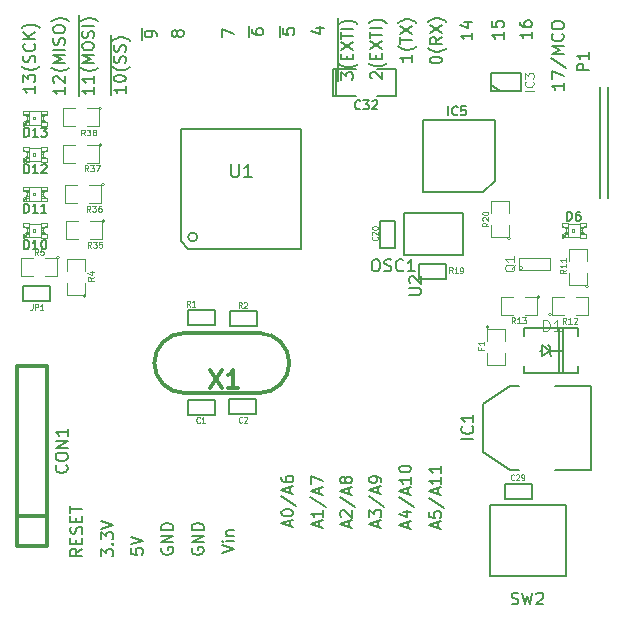
<source format=gto>
G04 (created by PCBNEW (2013-07-07 BZR 4022)-stable) date 23/05/2015 13:05:33*
%MOIN*%
G04 Gerber Fmt 3.4, Leading zero omitted, Abs format*
%FSLAX34Y34*%
G01*
G70*
G90*
G04 APERTURE LIST*
%ADD10C,0.00590551*%
%ADD11C,0.005*%
%ADD12C,0.0031*%
%ADD13C,0.008*%
%ADD14C,0.0039*%
%ADD15C,0.006*%
%ADD16C,0.012*%
%ADD17C,0.0026*%
%ADD18C,0.004*%
%ADD19C,0.002*%
%ADD20C,0.0125*%
%ADD21C,0.003*%
%ADD22C,0.0047*%
%ADD23C,0.0043*%
%ADD24C,0.0045*%
G04 APERTURE END LIST*
G54D10*
G54D11*
X61510Y-31175D02*
X61210Y-30975D01*
X62210Y-31175D02*
X61185Y-31175D01*
X61185Y-31175D02*
X61185Y-30575D01*
X61185Y-30575D02*
X62210Y-30575D01*
X62210Y-30575D02*
X62210Y-31175D01*
G54D12*
X62254Y-37073D02*
G75*
G03X62254Y-37073I-62J0D01*
G74*
G01*
X63155Y-36735D02*
X63155Y-37135D01*
X62130Y-36735D02*
X62130Y-37135D01*
X63155Y-37135D02*
X62130Y-37135D01*
X62130Y-36735D02*
X63155Y-36735D01*
G54D13*
X63315Y-43815D02*
X64515Y-43815D01*
X64515Y-43815D02*
X64515Y-41015D01*
X64515Y-41015D02*
X63315Y-41015D01*
X62115Y-43815D02*
X61815Y-43815D01*
X61815Y-43815D02*
X60915Y-43215D01*
X60915Y-43215D02*
X60915Y-41615D01*
X60915Y-41615D02*
X61815Y-41015D01*
X61815Y-41015D02*
X62115Y-41015D01*
G54D11*
X56045Y-30435D02*
X55945Y-30435D01*
X55945Y-30435D02*
X55945Y-31335D01*
X55945Y-31335D02*
X56045Y-31335D01*
X56045Y-30435D02*
X56045Y-31335D01*
X56045Y-31335D02*
X56695Y-31335D01*
X57395Y-30435D02*
X58045Y-30435D01*
X58045Y-30435D02*
X58045Y-31335D01*
X58045Y-31335D02*
X57395Y-31335D01*
X56695Y-30435D02*
X56045Y-30435D01*
G54D14*
X61120Y-39040D02*
G75*
G03X61120Y-39040I-50J0D01*
G74*
G01*
X61070Y-39490D02*
X61070Y-39090D01*
X61070Y-39090D02*
X61670Y-39090D01*
X61670Y-39090D02*
X61670Y-39490D01*
X61670Y-39890D02*
X61670Y-40290D01*
X61670Y-40290D02*
X61070Y-40290D01*
X61070Y-40290D02*
X61070Y-39890D01*
X61850Y-36090D02*
G75*
G03X61850Y-36090I-50J0D01*
G74*
G01*
X61800Y-35640D02*
X61800Y-36040D01*
X61800Y-36040D02*
X61200Y-36040D01*
X61200Y-36040D02*
X61200Y-35640D01*
X61200Y-35240D02*
X61200Y-34840D01*
X61200Y-34840D02*
X61800Y-34840D01*
X61800Y-34840D02*
X61800Y-35240D01*
X64455Y-37685D02*
G75*
G03X64455Y-37685I-50J0D01*
G74*
G01*
X64405Y-37235D02*
X64405Y-37635D01*
X64405Y-37635D02*
X63805Y-37635D01*
X63805Y-37635D02*
X63805Y-37235D01*
X63805Y-36835D02*
X63805Y-36435D01*
X63805Y-36435D02*
X64405Y-36435D01*
X64405Y-36435D02*
X64405Y-36835D01*
X48240Y-32970D02*
G75*
G03X48240Y-32970I-50J0D01*
G74*
G01*
X47740Y-32970D02*
X48140Y-32970D01*
X48140Y-32970D02*
X48140Y-33570D01*
X48140Y-33570D02*
X47740Y-33570D01*
X47340Y-33570D02*
X46940Y-33570D01*
X46940Y-33570D02*
X46940Y-32970D01*
X46940Y-32970D02*
X47340Y-32970D01*
X63215Y-38625D02*
G75*
G03X63215Y-38625I-50J0D01*
G74*
G01*
X63615Y-38625D02*
X63215Y-38625D01*
X63215Y-38625D02*
X63215Y-38025D01*
X63215Y-38025D02*
X63615Y-38025D01*
X64015Y-38025D02*
X64415Y-38025D01*
X64415Y-38025D02*
X64415Y-38625D01*
X64415Y-38625D02*
X64015Y-38625D01*
X62835Y-38040D02*
G75*
G03X62835Y-38040I-50J0D01*
G74*
G01*
X62335Y-38040D02*
X62735Y-38040D01*
X62735Y-38040D02*
X62735Y-38640D01*
X62735Y-38640D02*
X62335Y-38640D01*
X61935Y-38640D02*
X61535Y-38640D01*
X61535Y-38640D02*
X61535Y-38040D01*
X61535Y-38040D02*
X61935Y-38040D01*
X46820Y-36720D02*
G75*
G03X46820Y-36720I-50J0D01*
G74*
G01*
X46320Y-36720D02*
X46720Y-36720D01*
X46720Y-36720D02*
X46720Y-37320D01*
X46720Y-37320D02*
X46320Y-37320D01*
X45920Y-37320D02*
X45520Y-37320D01*
X45520Y-37320D02*
X45520Y-36720D01*
X45520Y-36720D02*
X45920Y-36720D01*
X47700Y-38010D02*
G75*
G03X47700Y-38010I-50J0D01*
G74*
G01*
X47650Y-37560D02*
X47650Y-37960D01*
X47650Y-37960D02*
X47050Y-37960D01*
X47050Y-37960D02*
X47050Y-37560D01*
X47050Y-37160D02*
X47050Y-36760D01*
X47050Y-36760D02*
X47650Y-36760D01*
X47650Y-36760D02*
X47650Y-37160D01*
X48340Y-35495D02*
G75*
G03X48340Y-35495I-50J0D01*
G74*
G01*
X47840Y-35495D02*
X48240Y-35495D01*
X48240Y-35495D02*
X48240Y-36095D01*
X48240Y-36095D02*
X47840Y-36095D01*
X47440Y-36095D02*
X47040Y-36095D01*
X47040Y-36095D02*
X47040Y-35495D01*
X47040Y-35495D02*
X47440Y-35495D01*
X48225Y-31750D02*
G75*
G03X48225Y-31750I-50J0D01*
G74*
G01*
X47725Y-31750D02*
X48125Y-31750D01*
X48125Y-31750D02*
X48125Y-32350D01*
X48125Y-32350D02*
X47725Y-32350D01*
X47325Y-32350D02*
X46925Y-32350D01*
X46925Y-32350D02*
X46925Y-31750D01*
X46925Y-31750D02*
X47325Y-31750D01*
X48310Y-34285D02*
G75*
G03X48310Y-34285I-50J0D01*
G74*
G01*
X47810Y-34285D02*
X48210Y-34285D01*
X48210Y-34285D02*
X48210Y-34885D01*
X48210Y-34885D02*
X47810Y-34885D01*
X47410Y-34885D02*
X47010Y-34885D01*
X47010Y-34885D02*
X47010Y-34285D01*
X47010Y-34285D02*
X47410Y-34285D01*
G54D11*
X58800Y-36920D02*
X59700Y-36920D01*
X59700Y-36920D02*
X59700Y-37420D01*
X59700Y-37420D02*
X58800Y-37420D01*
X58800Y-37420D02*
X58800Y-36920D01*
X61660Y-44275D02*
X62560Y-44275D01*
X62560Y-44275D02*
X62560Y-44775D01*
X62560Y-44775D02*
X61660Y-44775D01*
X61660Y-44775D02*
X61660Y-44275D01*
X58010Y-35490D02*
X58010Y-36390D01*
X58010Y-36390D02*
X57510Y-36390D01*
X57510Y-36390D02*
X57510Y-35490D01*
X57510Y-35490D02*
X58010Y-35490D01*
X45595Y-37675D02*
X46495Y-37675D01*
X46495Y-37675D02*
X46495Y-38175D01*
X46495Y-38175D02*
X45595Y-38175D01*
X45595Y-38175D02*
X45595Y-37675D01*
X53380Y-38985D02*
X52480Y-38985D01*
X52480Y-38985D02*
X52480Y-38485D01*
X52480Y-38485D02*
X53380Y-38485D01*
X53380Y-38485D02*
X53380Y-38985D01*
X51080Y-38455D02*
X51980Y-38455D01*
X51980Y-38455D02*
X51980Y-38955D01*
X51980Y-38955D02*
X51080Y-38955D01*
X51080Y-38955D02*
X51080Y-38455D01*
X52475Y-41435D02*
X53375Y-41435D01*
X53375Y-41435D02*
X53375Y-41935D01*
X53375Y-41935D02*
X52475Y-41935D01*
X52475Y-41935D02*
X52475Y-41435D01*
X51980Y-41965D02*
X51080Y-41965D01*
X51080Y-41965D02*
X51080Y-41465D01*
X51080Y-41465D02*
X51980Y-41465D01*
X51980Y-41465D02*
X51980Y-41965D01*
G54D15*
X60945Y-34540D02*
X59295Y-34540D01*
X59295Y-34540D02*
X58920Y-34540D01*
X58920Y-34540D02*
X58920Y-32140D01*
X58920Y-32140D02*
X61320Y-32140D01*
X61320Y-32140D02*
X61320Y-34165D01*
X61320Y-34165D02*
X60945Y-34540D01*
G54D16*
X46385Y-46320D02*
X45385Y-46320D01*
X45385Y-46320D02*
X45385Y-40320D01*
X45385Y-40320D02*
X46385Y-40320D01*
X46385Y-40320D02*
X46385Y-46320D01*
X46385Y-45320D02*
X45385Y-45320D01*
G54D10*
X65106Y-34730D02*
X65106Y-31029D01*
X64830Y-34730D02*
X64830Y-31029D01*
G54D13*
X51402Y-36033D02*
G75*
G03X51402Y-36033I-150J0D01*
G74*
G01*
X54852Y-32433D02*
X50852Y-32433D01*
X50852Y-32433D02*
X50852Y-36183D01*
X50852Y-36183D02*
X51102Y-36433D01*
X51102Y-36433D02*
X54852Y-36433D01*
X54852Y-36433D02*
X54852Y-32433D01*
G54D17*
X45809Y-31957D02*
X45809Y-31829D01*
X45809Y-31829D02*
X45612Y-31829D01*
X45612Y-31957D02*
X45612Y-31829D01*
X45809Y-31957D02*
X45612Y-31957D01*
X45809Y-32202D02*
X45809Y-32143D01*
X45809Y-32143D02*
X45710Y-32143D01*
X45710Y-32202D02*
X45710Y-32143D01*
X45809Y-32202D02*
X45710Y-32202D01*
X45809Y-32007D02*
X45809Y-31948D01*
X45809Y-31948D02*
X45710Y-31948D01*
X45710Y-32007D02*
X45710Y-31948D01*
X45809Y-32007D02*
X45710Y-32007D01*
X45809Y-32153D02*
X45809Y-31997D01*
X45809Y-31997D02*
X45740Y-31997D01*
X45740Y-32153D02*
X45740Y-31997D01*
X45809Y-32153D02*
X45740Y-32153D01*
X46398Y-31957D02*
X46398Y-31829D01*
X46398Y-31829D02*
X46201Y-31829D01*
X46201Y-31957D02*
X46201Y-31829D01*
X46398Y-31957D02*
X46201Y-31957D01*
X46398Y-32321D02*
X46398Y-32193D01*
X46398Y-32193D02*
X46201Y-32193D01*
X46201Y-32321D02*
X46201Y-32193D01*
X46398Y-32321D02*
X46201Y-32321D01*
X46300Y-32007D02*
X46300Y-31948D01*
X46300Y-31948D02*
X46201Y-31948D01*
X46201Y-32007D02*
X46201Y-31948D01*
X46300Y-32007D02*
X46201Y-32007D01*
X46300Y-32202D02*
X46300Y-32143D01*
X46300Y-32143D02*
X46201Y-32143D01*
X46201Y-32202D02*
X46201Y-32143D01*
X46300Y-32202D02*
X46201Y-32202D01*
X46270Y-32153D02*
X46270Y-31997D01*
X46270Y-31997D02*
X46201Y-31997D01*
X46201Y-32153D02*
X46201Y-31997D01*
X46270Y-32153D02*
X46201Y-32153D01*
X46005Y-32114D02*
X46005Y-32036D01*
X46005Y-32036D02*
X45927Y-32036D01*
X45927Y-32114D02*
X45927Y-32036D01*
X46005Y-32114D02*
X45927Y-32114D01*
X45809Y-32311D02*
X45809Y-32193D01*
X45809Y-32193D02*
X45691Y-32193D01*
X45691Y-32311D02*
X45691Y-32193D01*
X45809Y-32311D02*
X45691Y-32311D01*
X45641Y-32321D02*
X45641Y-32232D01*
X45641Y-32232D02*
X45612Y-32232D01*
X45612Y-32321D02*
X45612Y-32232D01*
X45641Y-32321D02*
X45612Y-32321D01*
G54D18*
X45799Y-31849D02*
X46211Y-31849D01*
X46201Y-32301D02*
X45641Y-32301D01*
G54D19*
X45699Y-32252D02*
G75*
G03X45699Y-32252I-28J0D01*
G74*
G01*
G54D18*
X45612Y-32212D02*
G75*
G03X45612Y-31938I0J137D01*
G74*
G01*
X46398Y-31938D02*
G75*
G03X46398Y-32212I0J-137D01*
G74*
G01*
G54D17*
X45809Y-33167D02*
X45809Y-33039D01*
X45809Y-33039D02*
X45612Y-33039D01*
X45612Y-33167D02*
X45612Y-33039D01*
X45809Y-33167D02*
X45612Y-33167D01*
X45809Y-33412D02*
X45809Y-33353D01*
X45809Y-33353D02*
X45710Y-33353D01*
X45710Y-33412D02*
X45710Y-33353D01*
X45809Y-33412D02*
X45710Y-33412D01*
X45809Y-33217D02*
X45809Y-33158D01*
X45809Y-33158D02*
X45710Y-33158D01*
X45710Y-33217D02*
X45710Y-33158D01*
X45809Y-33217D02*
X45710Y-33217D01*
X45809Y-33363D02*
X45809Y-33207D01*
X45809Y-33207D02*
X45740Y-33207D01*
X45740Y-33363D02*
X45740Y-33207D01*
X45809Y-33363D02*
X45740Y-33363D01*
X46398Y-33167D02*
X46398Y-33039D01*
X46398Y-33039D02*
X46201Y-33039D01*
X46201Y-33167D02*
X46201Y-33039D01*
X46398Y-33167D02*
X46201Y-33167D01*
X46398Y-33531D02*
X46398Y-33403D01*
X46398Y-33403D02*
X46201Y-33403D01*
X46201Y-33531D02*
X46201Y-33403D01*
X46398Y-33531D02*
X46201Y-33531D01*
X46300Y-33217D02*
X46300Y-33158D01*
X46300Y-33158D02*
X46201Y-33158D01*
X46201Y-33217D02*
X46201Y-33158D01*
X46300Y-33217D02*
X46201Y-33217D01*
X46300Y-33412D02*
X46300Y-33353D01*
X46300Y-33353D02*
X46201Y-33353D01*
X46201Y-33412D02*
X46201Y-33353D01*
X46300Y-33412D02*
X46201Y-33412D01*
X46270Y-33363D02*
X46270Y-33207D01*
X46270Y-33207D02*
X46201Y-33207D01*
X46201Y-33363D02*
X46201Y-33207D01*
X46270Y-33363D02*
X46201Y-33363D01*
X46005Y-33324D02*
X46005Y-33246D01*
X46005Y-33246D02*
X45927Y-33246D01*
X45927Y-33324D02*
X45927Y-33246D01*
X46005Y-33324D02*
X45927Y-33324D01*
X45809Y-33521D02*
X45809Y-33403D01*
X45809Y-33403D02*
X45691Y-33403D01*
X45691Y-33521D02*
X45691Y-33403D01*
X45809Y-33521D02*
X45691Y-33521D01*
X45641Y-33531D02*
X45641Y-33442D01*
X45641Y-33442D02*
X45612Y-33442D01*
X45612Y-33531D02*
X45612Y-33442D01*
X45641Y-33531D02*
X45612Y-33531D01*
G54D18*
X45799Y-33059D02*
X46211Y-33059D01*
X46201Y-33511D02*
X45641Y-33511D01*
G54D19*
X45699Y-33462D02*
G75*
G03X45699Y-33462I-28J0D01*
G74*
G01*
G54D18*
X45612Y-33422D02*
G75*
G03X45612Y-33148I0J137D01*
G74*
G01*
X46398Y-33148D02*
G75*
G03X46398Y-33422I0J-137D01*
G74*
G01*
G54D17*
X63774Y-35697D02*
X63774Y-35569D01*
X63774Y-35569D02*
X63577Y-35569D01*
X63577Y-35697D02*
X63577Y-35569D01*
X63774Y-35697D02*
X63577Y-35697D01*
X63774Y-35942D02*
X63774Y-35883D01*
X63774Y-35883D02*
X63675Y-35883D01*
X63675Y-35942D02*
X63675Y-35883D01*
X63774Y-35942D02*
X63675Y-35942D01*
X63774Y-35747D02*
X63774Y-35688D01*
X63774Y-35688D02*
X63675Y-35688D01*
X63675Y-35747D02*
X63675Y-35688D01*
X63774Y-35747D02*
X63675Y-35747D01*
X63774Y-35893D02*
X63774Y-35737D01*
X63774Y-35737D02*
X63705Y-35737D01*
X63705Y-35893D02*
X63705Y-35737D01*
X63774Y-35893D02*
X63705Y-35893D01*
X64363Y-35697D02*
X64363Y-35569D01*
X64363Y-35569D02*
X64166Y-35569D01*
X64166Y-35697D02*
X64166Y-35569D01*
X64363Y-35697D02*
X64166Y-35697D01*
X64363Y-36061D02*
X64363Y-35933D01*
X64363Y-35933D02*
X64166Y-35933D01*
X64166Y-36061D02*
X64166Y-35933D01*
X64363Y-36061D02*
X64166Y-36061D01*
X64265Y-35747D02*
X64265Y-35688D01*
X64265Y-35688D02*
X64166Y-35688D01*
X64166Y-35747D02*
X64166Y-35688D01*
X64265Y-35747D02*
X64166Y-35747D01*
X64265Y-35942D02*
X64265Y-35883D01*
X64265Y-35883D02*
X64166Y-35883D01*
X64166Y-35942D02*
X64166Y-35883D01*
X64265Y-35942D02*
X64166Y-35942D01*
X64235Y-35893D02*
X64235Y-35737D01*
X64235Y-35737D02*
X64166Y-35737D01*
X64166Y-35893D02*
X64166Y-35737D01*
X64235Y-35893D02*
X64166Y-35893D01*
X63970Y-35854D02*
X63970Y-35776D01*
X63970Y-35776D02*
X63892Y-35776D01*
X63892Y-35854D02*
X63892Y-35776D01*
X63970Y-35854D02*
X63892Y-35854D01*
X63774Y-36051D02*
X63774Y-35933D01*
X63774Y-35933D02*
X63656Y-35933D01*
X63656Y-36051D02*
X63656Y-35933D01*
X63774Y-36051D02*
X63656Y-36051D01*
X63606Y-36061D02*
X63606Y-35972D01*
X63606Y-35972D02*
X63577Y-35972D01*
X63577Y-36061D02*
X63577Y-35972D01*
X63606Y-36061D02*
X63577Y-36061D01*
G54D18*
X63764Y-35589D02*
X64176Y-35589D01*
X64166Y-36041D02*
X63606Y-36041D01*
G54D19*
X63664Y-35992D02*
G75*
G03X63664Y-35992I-28J0D01*
G74*
G01*
G54D18*
X63577Y-35952D02*
G75*
G03X63577Y-35678I0J137D01*
G74*
G01*
X64363Y-35678D02*
G75*
G03X64363Y-35952I0J-137D01*
G74*
G01*
G54D17*
X45804Y-34487D02*
X45804Y-34359D01*
X45804Y-34359D02*
X45607Y-34359D01*
X45607Y-34487D02*
X45607Y-34359D01*
X45804Y-34487D02*
X45607Y-34487D01*
X45804Y-34732D02*
X45804Y-34673D01*
X45804Y-34673D02*
X45705Y-34673D01*
X45705Y-34732D02*
X45705Y-34673D01*
X45804Y-34732D02*
X45705Y-34732D01*
X45804Y-34537D02*
X45804Y-34478D01*
X45804Y-34478D02*
X45705Y-34478D01*
X45705Y-34537D02*
X45705Y-34478D01*
X45804Y-34537D02*
X45705Y-34537D01*
X45804Y-34683D02*
X45804Y-34527D01*
X45804Y-34527D02*
X45735Y-34527D01*
X45735Y-34683D02*
X45735Y-34527D01*
X45804Y-34683D02*
X45735Y-34683D01*
X46393Y-34487D02*
X46393Y-34359D01*
X46393Y-34359D02*
X46196Y-34359D01*
X46196Y-34487D02*
X46196Y-34359D01*
X46393Y-34487D02*
X46196Y-34487D01*
X46393Y-34851D02*
X46393Y-34723D01*
X46393Y-34723D02*
X46196Y-34723D01*
X46196Y-34851D02*
X46196Y-34723D01*
X46393Y-34851D02*
X46196Y-34851D01*
X46295Y-34537D02*
X46295Y-34478D01*
X46295Y-34478D02*
X46196Y-34478D01*
X46196Y-34537D02*
X46196Y-34478D01*
X46295Y-34537D02*
X46196Y-34537D01*
X46295Y-34732D02*
X46295Y-34673D01*
X46295Y-34673D02*
X46196Y-34673D01*
X46196Y-34732D02*
X46196Y-34673D01*
X46295Y-34732D02*
X46196Y-34732D01*
X46265Y-34683D02*
X46265Y-34527D01*
X46265Y-34527D02*
X46196Y-34527D01*
X46196Y-34683D02*
X46196Y-34527D01*
X46265Y-34683D02*
X46196Y-34683D01*
X46000Y-34644D02*
X46000Y-34566D01*
X46000Y-34566D02*
X45922Y-34566D01*
X45922Y-34644D02*
X45922Y-34566D01*
X46000Y-34644D02*
X45922Y-34644D01*
X45804Y-34841D02*
X45804Y-34723D01*
X45804Y-34723D02*
X45686Y-34723D01*
X45686Y-34841D02*
X45686Y-34723D01*
X45804Y-34841D02*
X45686Y-34841D01*
X45636Y-34851D02*
X45636Y-34762D01*
X45636Y-34762D02*
X45607Y-34762D01*
X45607Y-34851D02*
X45607Y-34762D01*
X45636Y-34851D02*
X45607Y-34851D01*
G54D18*
X45794Y-34379D02*
X46206Y-34379D01*
X46196Y-34831D02*
X45636Y-34831D01*
G54D19*
X45694Y-34782D02*
G75*
G03X45694Y-34782I-28J0D01*
G74*
G01*
G54D18*
X45607Y-34742D02*
G75*
G03X45607Y-34468I0J137D01*
G74*
G01*
X46393Y-34468D02*
G75*
G03X46393Y-34742I0J-137D01*
G74*
G01*
G54D17*
X45804Y-35697D02*
X45804Y-35569D01*
X45804Y-35569D02*
X45607Y-35569D01*
X45607Y-35697D02*
X45607Y-35569D01*
X45804Y-35697D02*
X45607Y-35697D01*
X45804Y-35942D02*
X45804Y-35883D01*
X45804Y-35883D02*
X45705Y-35883D01*
X45705Y-35942D02*
X45705Y-35883D01*
X45804Y-35942D02*
X45705Y-35942D01*
X45804Y-35747D02*
X45804Y-35688D01*
X45804Y-35688D02*
X45705Y-35688D01*
X45705Y-35747D02*
X45705Y-35688D01*
X45804Y-35747D02*
X45705Y-35747D01*
X45804Y-35893D02*
X45804Y-35737D01*
X45804Y-35737D02*
X45735Y-35737D01*
X45735Y-35893D02*
X45735Y-35737D01*
X45804Y-35893D02*
X45735Y-35893D01*
X46393Y-35697D02*
X46393Y-35569D01*
X46393Y-35569D02*
X46196Y-35569D01*
X46196Y-35697D02*
X46196Y-35569D01*
X46393Y-35697D02*
X46196Y-35697D01*
X46393Y-36061D02*
X46393Y-35933D01*
X46393Y-35933D02*
X46196Y-35933D01*
X46196Y-36061D02*
X46196Y-35933D01*
X46393Y-36061D02*
X46196Y-36061D01*
X46295Y-35747D02*
X46295Y-35688D01*
X46295Y-35688D02*
X46196Y-35688D01*
X46196Y-35747D02*
X46196Y-35688D01*
X46295Y-35747D02*
X46196Y-35747D01*
X46295Y-35942D02*
X46295Y-35883D01*
X46295Y-35883D02*
X46196Y-35883D01*
X46196Y-35942D02*
X46196Y-35883D01*
X46295Y-35942D02*
X46196Y-35942D01*
X46265Y-35893D02*
X46265Y-35737D01*
X46265Y-35737D02*
X46196Y-35737D01*
X46196Y-35893D02*
X46196Y-35737D01*
X46265Y-35893D02*
X46196Y-35893D01*
X46000Y-35854D02*
X46000Y-35776D01*
X46000Y-35776D02*
X45922Y-35776D01*
X45922Y-35854D02*
X45922Y-35776D01*
X46000Y-35854D02*
X45922Y-35854D01*
X45804Y-36051D02*
X45804Y-35933D01*
X45804Y-35933D02*
X45686Y-35933D01*
X45686Y-36051D02*
X45686Y-35933D01*
X45804Y-36051D02*
X45686Y-36051D01*
X45636Y-36061D02*
X45636Y-35972D01*
X45636Y-35972D02*
X45607Y-35972D01*
X45607Y-36061D02*
X45607Y-35972D01*
X45636Y-36061D02*
X45607Y-36061D01*
G54D18*
X45794Y-35589D02*
X46206Y-35589D01*
X46196Y-36041D02*
X45636Y-36041D01*
G54D19*
X45694Y-35992D02*
G75*
G03X45694Y-35992I-28J0D01*
G74*
G01*
G54D18*
X45607Y-35952D02*
G75*
G03X45607Y-35678I0J137D01*
G74*
G01*
X46393Y-35678D02*
G75*
G03X46393Y-35952I0J-137D01*
G74*
G01*
G54D20*
X53475Y-39235D02*
X50975Y-39235D01*
X53475Y-41235D02*
X50975Y-41235D01*
X49975Y-40235D02*
G75*
G03X50975Y-41235I1000J0D01*
G74*
G01*
X50975Y-39235D02*
G75*
G03X49975Y-40235I0J-1000D01*
G74*
G01*
X53475Y-41235D02*
G75*
G03X54475Y-40235I0J1000D01*
G74*
G01*
X54475Y-40235D02*
G75*
G03X53475Y-39235I-1000J0D01*
G74*
G01*
G54D10*
X63709Y-47341D02*
X61150Y-47341D01*
X61150Y-47341D02*
X61150Y-44978D01*
X61150Y-44978D02*
X63709Y-44978D01*
X63709Y-44978D02*
X63709Y-47341D01*
G54D11*
X62900Y-39820D02*
X62820Y-39820D01*
X62300Y-39070D02*
X64100Y-39070D01*
X64100Y-39070D02*
X64100Y-39320D01*
X63460Y-40570D02*
X63460Y-39070D01*
X63590Y-40570D02*
X63590Y-39070D01*
X62300Y-40320D02*
X62300Y-40570D01*
X62300Y-40570D02*
X64100Y-40570D01*
X64100Y-40570D02*
X64100Y-40320D01*
X62300Y-39320D02*
X62300Y-39070D01*
X63150Y-39820D02*
X62900Y-39633D01*
X62900Y-39633D02*
X62900Y-39820D01*
X62900Y-39820D02*
X62900Y-40007D01*
X62900Y-40007D02*
X63150Y-39820D01*
X63150Y-39820D02*
X63150Y-39695D01*
X63150Y-39695D02*
X63088Y-39633D01*
X63150Y-39820D02*
X63150Y-39945D01*
X63150Y-39945D02*
X63212Y-40007D01*
X63150Y-39820D02*
X63587Y-39820D01*
G54D10*
X58295Y-35231D02*
X58295Y-36648D01*
X58295Y-36648D02*
X60264Y-36648D01*
X60264Y-35231D02*
X60264Y-36648D01*
X58295Y-35231D02*
X60264Y-35231D01*
G54D21*
X62618Y-31167D02*
X62318Y-31167D01*
X62589Y-30853D02*
X62604Y-30867D01*
X62618Y-30910D01*
X62618Y-30939D01*
X62604Y-30982D01*
X62575Y-31010D01*
X62547Y-31024D01*
X62489Y-31039D01*
X62447Y-31039D01*
X62389Y-31024D01*
X62361Y-31010D01*
X62332Y-30982D01*
X62318Y-30939D01*
X62318Y-30910D01*
X62332Y-30867D01*
X62347Y-30853D01*
X62318Y-30753D02*
X62318Y-30567D01*
X62432Y-30667D01*
X62432Y-30624D01*
X62447Y-30596D01*
X62461Y-30582D01*
X62489Y-30567D01*
X62561Y-30567D01*
X62589Y-30582D01*
X62604Y-30596D01*
X62618Y-30624D01*
X62618Y-30710D01*
X62604Y-30739D01*
X62589Y-30753D01*
G54D22*
X61995Y-36953D02*
X61980Y-36982D01*
X61952Y-37010D01*
X61909Y-37053D01*
X61895Y-37082D01*
X61895Y-37110D01*
X61966Y-37096D02*
X61952Y-37125D01*
X61923Y-37153D01*
X61866Y-37167D01*
X61766Y-37167D01*
X61709Y-37153D01*
X61680Y-37125D01*
X61666Y-37096D01*
X61666Y-37039D01*
X61680Y-37010D01*
X61709Y-36982D01*
X61766Y-36967D01*
X61866Y-36967D01*
X61923Y-36982D01*
X61952Y-37010D01*
X61966Y-37039D01*
X61966Y-37096D01*
X61966Y-36682D02*
X61966Y-36853D01*
X61966Y-36767D02*
X61666Y-36767D01*
X61709Y-36796D01*
X61737Y-36825D01*
X61752Y-36853D01*
G54D13*
X60611Y-42770D02*
X60211Y-42770D01*
X60573Y-42351D02*
X60592Y-42370D01*
X60611Y-42427D01*
X60611Y-42465D01*
X60592Y-42522D01*
X60554Y-42560D01*
X60516Y-42579D01*
X60440Y-42599D01*
X60383Y-42599D01*
X60307Y-42579D01*
X60269Y-42560D01*
X60230Y-42522D01*
X60211Y-42465D01*
X60211Y-42427D01*
X60230Y-42370D01*
X60250Y-42351D01*
X60611Y-41970D02*
X60611Y-42199D01*
X60611Y-42084D02*
X60211Y-42084D01*
X60269Y-42122D01*
X60307Y-42160D01*
X60326Y-42199D01*
G54D11*
X56837Y-31752D02*
X56822Y-31767D01*
X56780Y-31781D01*
X56751Y-31781D01*
X56708Y-31767D01*
X56680Y-31738D01*
X56665Y-31710D01*
X56651Y-31652D01*
X56651Y-31610D01*
X56665Y-31552D01*
X56680Y-31524D01*
X56708Y-31495D01*
X56751Y-31481D01*
X56780Y-31481D01*
X56822Y-31495D01*
X56837Y-31510D01*
X56937Y-31481D02*
X57122Y-31481D01*
X57022Y-31595D01*
X57065Y-31595D01*
X57094Y-31610D01*
X57108Y-31624D01*
X57122Y-31652D01*
X57122Y-31724D01*
X57108Y-31752D01*
X57094Y-31767D01*
X57065Y-31781D01*
X56980Y-31781D01*
X56951Y-31767D01*
X56937Y-31752D01*
X57237Y-31510D02*
X57251Y-31495D01*
X57280Y-31481D01*
X57351Y-31481D01*
X57380Y-31495D01*
X57394Y-31510D01*
X57408Y-31538D01*
X57408Y-31567D01*
X57394Y-31610D01*
X57222Y-31781D01*
X57408Y-31781D01*
G54D23*
X60856Y-39725D02*
X60856Y-39791D01*
X60959Y-39791D02*
X60762Y-39791D01*
X60762Y-39697D01*
X60959Y-39519D02*
X60959Y-39631D01*
X60959Y-39575D02*
X60762Y-39575D01*
X60790Y-39594D01*
X60809Y-39613D01*
X60819Y-39631D01*
X61109Y-35561D02*
X61015Y-35627D01*
X61109Y-35674D02*
X60912Y-35674D01*
X60912Y-35599D01*
X60922Y-35580D01*
X60931Y-35571D01*
X60950Y-35561D01*
X60978Y-35561D01*
X60997Y-35571D01*
X61006Y-35580D01*
X61015Y-35599D01*
X61015Y-35674D01*
X60931Y-35486D02*
X60922Y-35477D01*
X60912Y-35458D01*
X60912Y-35411D01*
X60922Y-35392D01*
X60931Y-35383D01*
X60950Y-35374D01*
X60969Y-35374D01*
X60997Y-35383D01*
X61109Y-35495D01*
X61109Y-35374D01*
X60912Y-35252D02*
X60912Y-35233D01*
X60922Y-35214D01*
X60931Y-35205D01*
X60950Y-35195D01*
X60987Y-35186D01*
X61034Y-35186D01*
X61072Y-35195D01*
X61090Y-35205D01*
X61100Y-35214D01*
X61109Y-35233D01*
X61109Y-35252D01*
X61100Y-35270D01*
X61090Y-35280D01*
X61072Y-35289D01*
X61034Y-35298D01*
X60987Y-35298D01*
X60950Y-35289D01*
X60931Y-35280D01*
X60922Y-35270D01*
X60912Y-35252D01*
X63694Y-37121D02*
X63600Y-37187D01*
X63694Y-37234D02*
X63497Y-37234D01*
X63497Y-37159D01*
X63507Y-37140D01*
X63516Y-37131D01*
X63535Y-37121D01*
X63563Y-37121D01*
X63582Y-37131D01*
X63591Y-37140D01*
X63600Y-37159D01*
X63600Y-37234D01*
X63694Y-36934D02*
X63694Y-37046D01*
X63694Y-36990D02*
X63497Y-36990D01*
X63525Y-37009D01*
X63544Y-37027D01*
X63554Y-37046D01*
X63694Y-36746D02*
X63694Y-36858D01*
X63694Y-36802D02*
X63497Y-36802D01*
X63525Y-36821D01*
X63544Y-36840D01*
X63554Y-36858D01*
X47773Y-33844D02*
X47707Y-33750D01*
X47660Y-33844D02*
X47660Y-33647D01*
X47735Y-33647D01*
X47754Y-33657D01*
X47763Y-33666D01*
X47773Y-33685D01*
X47773Y-33713D01*
X47763Y-33732D01*
X47754Y-33741D01*
X47735Y-33750D01*
X47660Y-33750D01*
X47839Y-33647D02*
X47960Y-33647D01*
X47895Y-33722D01*
X47923Y-33722D01*
X47942Y-33732D01*
X47951Y-33741D01*
X47960Y-33760D01*
X47960Y-33807D01*
X47951Y-33825D01*
X47942Y-33835D01*
X47923Y-33844D01*
X47867Y-33844D01*
X47848Y-33835D01*
X47839Y-33825D01*
X48026Y-33647D02*
X48157Y-33647D01*
X48073Y-33844D01*
X63698Y-38924D02*
X63632Y-38830D01*
X63585Y-38924D02*
X63585Y-38727D01*
X63660Y-38727D01*
X63679Y-38737D01*
X63688Y-38746D01*
X63698Y-38765D01*
X63698Y-38793D01*
X63688Y-38812D01*
X63679Y-38821D01*
X63660Y-38830D01*
X63585Y-38830D01*
X63885Y-38924D02*
X63773Y-38924D01*
X63829Y-38924D02*
X63829Y-38727D01*
X63810Y-38755D01*
X63792Y-38774D01*
X63773Y-38784D01*
X63961Y-38746D02*
X63970Y-38737D01*
X63989Y-38727D01*
X64036Y-38727D01*
X64054Y-38737D01*
X64064Y-38746D01*
X64073Y-38765D01*
X64073Y-38784D01*
X64064Y-38812D01*
X63951Y-38924D01*
X64073Y-38924D01*
X61993Y-38914D02*
X61927Y-38820D01*
X61880Y-38914D02*
X61880Y-38717D01*
X61955Y-38717D01*
X61974Y-38727D01*
X61983Y-38736D01*
X61993Y-38755D01*
X61993Y-38783D01*
X61983Y-38802D01*
X61974Y-38811D01*
X61955Y-38820D01*
X61880Y-38820D01*
X62180Y-38914D02*
X62068Y-38914D01*
X62124Y-38914D02*
X62124Y-38717D01*
X62105Y-38745D01*
X62087Y-38764D01*
X62068Y-38774D01*
X62246Y-38717D02*
X62368Y-38717D01*
X62302Y-38792D01*
X62331Y-38792D01*
X62349Y-38802D01*
X62359Y-38811D01*
X62368Y-38830D01*
X62368Y-38877D01*
X62359Y-38895D01*
X62349Y-38905D01*
X62331Y-38914D01*
X62274Y-38914D01*
X62256Y-38905D01*
X62246Y-38895D01*
X46097Y-36634D02*
X46031Y-36540D01*
X45984Y-36634D02*
X45984Y-36437D01*
X46059Y-36437D01*
X46078Y-36447D01*
X46087Y-36456D01*
X46097Y-36475D01*
X46097Y-36503D01*
X46087Y-36522D01*
X46078Y-36531D01*
X46059Y-36540D01*
X45984Y-36540D01*
X46275Y-36437D02*
X46181Y-36437D01*
X46172Y-36531D01*
X46181Y-36522D01*
X46200Y-36512D01*
X46247Y-36512D01*
X46266Y-36522D01*
X46275Y-36531D01*
X46284Y-36550D01*
X46284Y-36597D01*
X46275Y-36615D01*
X46266Y-36625D01*
X46247Y-36634D01*
X46200Y-36634D01*
X46181Y-36625D01*
X46172Y-36615D01*
X47949Y-37372D02*
X47855Y-37438D01*
X47949Y-37485D02*
X47752Y-37485D01*
X47752Y-37410D01*
X47762Y-37391D01*
X47771Y-37382D01*
X47790Y-37372D01*
X47818Y-37372D01*
X47837Y-37382D01*
X47846Y-37391D01*
X47855Y-37410D01*
X47855Y-37485D01*
X47818Y-37203D02*
X47949Y-37203D01*
X47743Y-37250D02*
X47884Y-37297D01*
X47884Y-37175D01*
X47863Y-36389D02*
X47797Y-36295D01*
X47750Y-36389D02*
X47750Y-36192D01*
X47825Y-36192D01*
X47844Y-36202D01*
X47853Y-36211D01*
X47863Y-36230D01*
X47863Y-36258D01*
X47853Y-36277D01*
X47844Y-36286D01*
X47825Y-36295D01*
X47750Y-36295D01*
X47929Y-36192D02*
X48050Y-36192D01*
X47985Y-36267D01*
X48013Y-36267D01*
X48032Y-36277D01*
X48041Y-36286D01*
X48050Y-36305D01*
X48050Y-36352D01*
X48041Y-36370D01*
X48032Y-36380D01*
X48013Y-36389D01*
X47957Y-36389D01*
X47938Y-36380D01*
X47929Y-36370D01*
X48229Y-36192D02*
X48135Y-36192D01*
X48126Y-36286D01*
X48135Y-36277D01*
X48154Y-36267D01*
X48201Y-36267D01*
X48219Y-36277D01*
X48229Y-36286D01*
X48238Y-36305D01*
X48238Y-36352D01*
X48229Y-36370D01*
X48219Y-36380D01*
X48201Y-36389D01*
X48154Y-36389D01*
X48135Y-36380D01*
X48126Y-36370D01*
X47658Y-32649D02*
X47592Y-32555D01*
X47545Y-32649D02*
X47545Y-32452D01*
X47620Y-32452D01*
X47639Y-32462D01*
X47648Y-32471D01*
X47658Y-32490D01*
X47658Y-32518D01*
X47648Y-32537D01*
X47639Y-32546D01*
X47620Y-32555D01*
X47545Y-32555D01*
X47724Y-32452D02*
X47845Y-32452D01*
X47780Y-32527D01*
X47808Y-32527D01*
X47827Y-32537D01*
X47836Y-32546D01*
X47845Y-32565D01*
X47845Y-32612D01*
X47836Y-32630D01*
X47827Y-32640D01*
X47808Y-32649D01*
X47752Y-32649D01*
X47733Y-32640D01*
X47724Y-32630D01*
X47958Y-32537D02*
X47939Y-32527D01*
X47930Y-32518D01*
X47921Y-32499D01*
X47921Y-32490D01*
X47930Y-32471D01*
X47939Y-32462D01*
X47958Y-32452D01*
X47996Y-32452D01*
X48014Y-32462D01*
X48024Y-32471D01*
X48033Y-32490D01*
X48033Y-32499D01*
X48024Y-32518D01*
X48014Y-32527D01*
X47996Y-32537D01*
X47958Y-32537D01*
X47939Y-32546D01*
X47930Y-32555D01*
X47921Y-32574D01*
X47921Y-32612D01*
X47930Y-32630D01*
X47939Y-32640D01*
X47958Y-32649D01*
X47996Y-32649D01*
X48014Y-32640D01*
X48024Y-32630D01*
X48033Y-32612D01*
X48033Y-32574D01*
X48024Y-32555D01*
X48014Y-32546D01*
X47996Y-32537D01*
X47843Y-35189D02*
X47777Y-35095D01*
X47730Y-35189D02*
X47730Y-34992D01*
X47805Y-34992D01*
X47824Y-35002D01*
X47833Y-35011D01*
X47843Y-35030D01*
X47843Y-35058D01*
X47833Y-35077D01*
X47824Y-35086D01*
X47805Y-35095D01*
X47730Y-35095D01*
X47909Y-34992D02*
X48030Y-34992D01*
X47965Y-35067D01*
X47993Y-35067D01*
X48012Y-35077D01*
X48021Y-35086D01*
X48030Y-35105D01*
X48030Y-35152D01*
X48021Y-35170D01*
X48012Y-35180D01*
X47993Y-35189D01*
X47937Y-35189D01*
X47918Y-35180D01*
X47909Y-35170D01*
X48199Y-34992D02*
X48162Y-34992D01*
X48143Y-35002D01*
X48134Y-35011D01*
X48115Y-35039D01*
X48106Y-35077D01*
X48106Y-35152D01*
X48115Y-35170D01*
X48124Y-35180D01*
X48143Y-35189D01*
X48181Y-35189D01*
X48199Y-35180D01*
X48209Y-35170D01*
X48218Y-35152D01*
X48218Y-35105D01*
X48209Y-35086D01*
X48199Y-35077D01*
X48181Y-35067D01*
X48143Y-35067D01*
X48124Y-35077D01*
X48115Y-35086D01*
X48106Y-35105D01*
G54D24*
X59914Y-37245D02*
X59854Y-37150D01*
X59811Y-37245D02*
X59811Y-37045D01*
X59880Y-37045D01*
X59897Y-37055D01*
X59905Y-37065D01*
X59914Y-37084D01*
X59914Y-37112D01*
X59905Y-37131D01*
X59897Y-37141D01*
X59880Y-37150D01*
X59811Y-37150D01*
X60085Y-37245D02*
X59982Y-37245D01*
X60034Y-37245D02*
X60034Y-37045D01*
X60017Y-37074D01*
X60000Y-37093D01*
X59982Y-37103D01*
X60171Y-37245D02*
X60205Y-37245D01*
X60222Y-37236D01*
X60231Y-37226D01*
X60248Y-37198D01*
X60257Y-37160D01*
X60257Y-37084D01*
X60248Y-37065D01*
X60240Y-37055D01*
X60222Y-37045D01*
X60188Y-37045D01*
X60171Y-37055D01*
X60162Y-37065D01*
X60154Y-37084D01*
X60154Y-37131D01*
X60162Y-37150D01*
X60171Y-37160D01*
X60188Y-37169D01*
X60222Y-37169D01*
X60240Y-37160D01*
X60248Y-37150D01*
X60257Y-37131D01*
X61969Y-44126D02*
X61960Y-44136D01*
X61935Y-44145D01*
X61917Y-44145D01*
X61892Y-44136D01*
X61875Y-44117D01*
X61866Y-44098D01*
X61857Y-44060D01*
X61857Y-44031D01*
X61866Y-43993D01*
X61875Y-43974D01*
X61892Y-43955D01*
X61917Y-43945D01*
X61935Y-43945D01*
X61960Y-43955D01*
X61969Y-43965D01*
X62037Y-43965D02*
X62046Y-43955D01*
X62063Y-43945D01*
X62106Y-43945D01*
X62123Y-43955D01*
X62132Y-43965D01*
X62140Y-43984D01*
X62140Y-44003D01*
X62132Y-44031D01*
X62029Y-44145D01*
X62140Y-44145D01*
X62226Y-44145D02*
X62260Y-44145D01*
X62277Y-44136D01*
X62286Y-44126D01*
X62303Y-44098D01*
X62312Y-44060D01*
X62312Y-43984D01*
X62303Y-43965D01*
X62295Y-43955D01*
X62277Y-43945D01*
X62243Y-43945D01*
X62226Y-43955D01*
X62217Y-43965D01*
X62209Y-43984D01*
X62209Y-44031D01*
X62217Y-44050D01*
X62226Y-44060D01*
X62243Y-44069D01*
X62277Y-44069D01*
X62295Y-44060D01*
X62303Y-44050D01*
X62312Y-44031D01*
X57406Y-36025D02*
X57416Y-36034D01*
X57425Y-36060D01*
X57425Y-36077D01*
X57416Y-36102D01*
X57397Y-36120D01*
X57378Y-36128D01*
X57340Y-36137D01*
X57311Y-36137D01*
X57273Y-36128D01*
X57254Y-36120D01*
X57235Y-36102D01*
X57225Y-36077D01*
X57225Y-36060D01*
X57235Y-36034D01*
X57245Y-36025D01*
X57245Y-35957D02*
X57235Y-35948D01*
X57225Y-35931D01*
X57225Y-35888D01*
X57235Y-35871D01*
X57245Y-35862D01*
X57264Y-35854D01*
X57283Y-35854D01*
X57311Y-35862D01*
X57425Y-35965D01*
X57425Y-35854D01*
X57225Y-35742D02*
X57225Y-35725D01*
X57235Y-35708D01*
X57245Y-35700D01*
X57264Y-35691D01*
X57302Y-35682D01*
X57349Y-35682D01*
X57387Y-35691D01*
X57406Y-35700D01*
X57416Y-35708D01*
X57425Y-35725D01*
X57425Y-35742D01*
X57416Y-35760D01*
X57406Y-35768D01*
X57387Y-35777D01*
X57349Y-35785D01*
X57302Y-35785D01*
X57264Y-35777D01*
X57245Y-35768D01*
X57235Y-35760D01*
X57225Y-35742D01*
X45915Y-38270D02*
X45915Y-38413D01*
X45906Y-38442D01*
X45889Y-38461D01*
X45863Y-38470D01*
X45846Y-38470D01*
X46000Y-38470D02*
X46000Y-38270D01*
X46069Y-38270D01*
X46086Y-38280D01*
X46095Y-38290D01*
X46103Y-38309D01*
X46103Y-38337D01*
X46095Y-38356D01*
X46086Y-38366D01*
X46069Y-38375D01*
X46000Y-38375D01*
X46275Y-38470D02*
X46172Y-38470D01*
X46223Y-38470D02*
X46223Y-38270D01*
X46206Y-38299D01*
X46189Y-38318D01*
X46172Y-38328D01*
X52885Y-38405D02*
X52825Y-38310D01*
X52782Y-38405D02*
X52782Y-38205D01*
X52850Y-38205D01*
X52867Y-38215D01*
X52876Y-38225D01*
X52885Y-38244D01*
X52885Y-38272D01*
X52876Y-38291D01*
X52867Y-38301D01*
X52850Y-38310D01*
X52782Y-38310D01*
X52953Y-38225D02*
X52962Y-38215D01*
X52979Y-38205D01*
X53022Y-38205D01*
X53039Y-38215D01*
X53047Y-38225D01*
X53056Y-38244D01*
X53056Y-38263D01*
X53047Y-38291D01*
X52945Y-38405D01*
X53056Y-38405D01*
X51175Y-38355D02*
X51115Y-38260D01*
X51072Y-38355D02*
X51072Y-38155D01*
X51140Y-38155D01*
X51157Y-38165D01*
X51166Y-38175D01*
X51175Y-38194D01*
X51175Y-38222D01*
X51166Y-38241D01*
X51157Y-38251D01*
X51140Y-38260D01*
X51072Y-38260D01*
X51346Y-38355D02*
X51243Y-38355D01*
X51295Y-38355D02*
X51295Y-38155D01*
X51277Y-38184D01*
X51260Y-38203D01*
X51243Y-38213D01*
X52895Y-42206D02*
X52886Y-42216D01*
X52860Y-42225D01*
X52843Y-42225D01*
X52817Y-42216D01*
X52800Y-42197D01*
X52792Y-42178D01*
X52783Y-42140D01*
X52783Y-42111D01*
X52792Y-42073D01*
X52800Y-42054D01*
X52817Y-42035D01*
X52843Y-42025D01*
X52860Y-42025D01*
X52886Y-42035D01*
X52895Y-42045D01*
X52963Y-42045D02*
X52972Y-42035D01*
X52989Y-42025D01*
X53032Y-42025D01*
X53049Y-42035D01*
X53057Y-42045D01*
X53066Y-42064D01*
X53066Y-42083D01*
X53057Y-42111D01*
X52955Y-42225D01*
X53066Y-42225D01*
X51490Y-42216D02*
X51481Y-42226D01*
X51455Y-42235D01*
X51438Y-42235D01*
X51412Y-42226D01*
X51395Y-42207D01*
X51387Y-42188D01*
X51378Y-42150D01*
X51378Y-42121D01*
X51387Y-42083D01*
X51395Y-42064D01*
X51412Y-42045D01*
X51438Y-42035D01*
X51455Y-42035D01*
X51481Y-42045D01*
X51490Y-42055D01*
X51661Y-42235D02*
X51558Y-42235D01*
X51610Y-42235D02*
X51610Y-42035D01*
X51592Y-42064D01*
X51575Y-42083D01*
X51558Y-42093D01*
G54D15*
X59767Y-31976D02*
X59767Y-31676D01*
X60081Y-31947D02*
X60067Y-31962D01*
X60024Y-31976D01*
X59995Y-31976D01*
X59952Y-31962D01*
X59924Y-31933D01*
X59910Y-31905D01*
X59895Y-31847D01*
X59895Y-31805D01*
X59910Y-31747D01*
X59924Y-31719D01*
X59952Y-31690D01*
X59995Y-31676D01*
X60024Y-31676D01*
X60067Y-31690D01*
X60081Y-31705D01*
X60352Y-31676D02*
X60210Y-31676D01*
X60195Y-31819D01*
X60210Y-31805D01*
X60238Y-31790D01*
X60310Y-31790D01*
X60338Y-31805D01*
X60352Y-31819D01*
X60367Y-31847D01*
X60367Y-31919D01*
X60352Y-31947D01*
X60338Y-31962D01*
X60310Y-31976D01*
X60238Y-31976D01*
X60210Y-31962D01*
X60195Y-31947D01*
G54D13*
X47043Y-43645D02*
X47062Y-43664D01*
X47081Y-43721D01*
X47081Y-43760D01*
X47062Y-43817D01*
X47024Y-43855D01*
X46986Y-43874D01*
X46910Y-43893D01*
X46853Y-43893D01*
X46777Y-43874D01*
X46739Y-43855D01*
X46700Y-43817D01*
X46681Y-43760D01*
X46681Y-43721D01*
X46700Y-43664D01*
X46720Y-43645D01*
X46681Y-43398D02*
X46681Y-43321D01*
X46700Y-43283D01*
X46739Y-43245D01*
X46815Y-43226D01*
X46948Y-43226D01*
X47024Y-43245D01*
X47062Y-43283D01*
X47081Y-43321D01*
X47081Y-43398D01*
X47062Y-43436D01*
X47024Y-43474D01*
X46948Y-43493D01*
X46815Y-43493D01*
X46739Y-43474D01*
X46700Y-43436D01*
X46681Y-43398D01*
X47081Y-43055D02*
X46681Y-43055D01*
X47081Y-42826D01*
X46681Y-42826D01*
X47081Y-42426D02*
X47081Y-42655D01*
X47081Y-42540D02*
X46681Y-42540D01*
X46739Y-42579D01*
X46777Y-42617D01*
X46796Y-42655D01*
G54D10*
X64459Y-30480D02*
X64065Y-30480D01*
X64065Y-30330D01*
X64084Y-30293D01*
X64103Y-30274D01*
X64140Y-30255D01*
X64196Y-30255D01*
X64234Y-30274D01*
X64253Y-30293D01*
X64271Y-30330D01*
X64271Y-30480D01*
X64459Y-29880D02*
X64459Y-30105D01*
X64459Y-29993D02*
X64065Y-29993D01*
X64121Y-30030D01*
X64159Y-30068D01*
X64178Y-30105D01*
G54D11*
X52540Y-33607D02*
X52540Y-33957D01*
X52560Y-33999D01*
X52581Y-34019D01*
X52622Y-34040D01*
X52705Y-34040D01*
X52746Y-34019D01*
X52766Y-33999D01*
X52787Y-33957D01*
X52787Y-33607D01*
X53220Y-34040D02*
X52973Y-34040D01*
X53096Y-34040D02*
X53096Y-33607D01*
X53055Y-33669D01*
X53014Y-33710D01*
X52973Y-33730D01*
X45640Y-32696D02*
X45640Y-32396D01*
X45712Y-32396D01*
X45755Y-32410D01*
X45783Y-32439D01*
X45797Y-32467D01*
X45812Y-32525D01*
X45812Y-32567D01*
X45797Y-32625D01*
X45783Y-32653D01*
X45755Y-32682D01*
X45712Y-32696D01*
X45640Y-32696D01*
X46097Y-32696D02*
X45926Y-32696D01*
X46012Y-32696D02*
X46012Y-32396D01*
X45983Y-32439D01*
X45955Y-32467D01*
X45926Y-32482D01*
X46197Y-32396D02*
X46383Y-32396D01*
X46283Y-32510D01*
X46326Y-32510D01*
X46355Y-32525D01*
X46369Y-32539D01*
X46383Y-32567D01*
X46383Y-32639D01*
X46369Y-32667D01*
X46355Y-32682D01*
X46326Y-32696D01*
X46240Y-32696D01*
X46212Y-32682D01*
X46197Y-32667D01*
X45640Y-33906D02*
X45640Y-33606D01*
X45712Y-33606D01*
X45755Y-33620D01*
X45783Y-33649D01*
X45797Y-33677D01*
X45812Y-33735D01*
X45812Y-33777D01*
X45797Y-33835D01*
X45783Y-33863D01*
X45755Y-33892D01*
X45712Y-33906D01*
X45640Y-33906D01*
X46097Y-33906D02*
X45926Y-33906D01*
X46012Y-33906D02*
X46012Y-33606D01*
X45983Y-33649D01*
X45955Y-33677D01*
X45926Y-33692D01*
X46212Y-33635D02*
X46226Y-33620D01*
X46255Y-33606D01*
X46326Y-33606D01*
X46355Y-33620D01*
X46369Y-33635D01*
X46383Y-33663D01*
X46383Y-33692D01*
X46369Y-33735D01*
X46197Y-33906D01*
X46383Y-33906D01*
X63728Y-35486D02*
X63728Y-35186D01*
X63800Y-35186D01*
X63842Y-35200D01*
X63871Y-35229D01*
X63885Y-35257D01*
X63900Y-35315D01*
X63900Y-35357D01*
X63885Y-35415D01*
X63871Y-35443D01*
X63842Y-35472D01*
X63800Y-35486D01*
X63728Y-35486D01*
X64157Y-35186D02*
X64100Y-35186D01*
X64071Y-35200D01*
X64057Y-35215D01*
X64028Y-35257D01*
X64014Y-35315D01*
X64014Y-35429D01*
X64028Y-35457D01*
X64042Y-35472D01*
X64071Y-35486D01*
X64128Y-35486D01*
X64157Y-35472D01*
X64171Y-35457D01*
X64185Y-35429D01*
X64185Y-35357D01*
X64171Y-35329D01*
X64157Y-35315D01*
X64128Y-35300D01*
X64071Y-35300D01*
X64042Y-35315D01*
X64028Y-35329D01*
X64014Y-35357D01*
X45635Y-35226D02*
X45635Y-34926D01*
X45707Y-34926D01*
X45750Y-34940D01*
X45778Y-34969D01*
X45792Y-34997D01*
X45807Y-35055D01*
X45807Y-35097D01*
X45792Y-35155D01*
X45778Y-35183D01*
X45750Y-35212D01*
X45707Y-35226D01*
X45635Y-35226D01*
X46092Y-35226D02*
X45921Y-35226D01*
X46007Y-35226D02*
X46007Y-34926D01*
X45978Y-34969D01*
X45950Y-34997D01*
X45921Y-35012D01*
X46378Y-35226D02*
X46207Y-35226D01*
X46292Y-35226D02*
X46292Y-34926D01*
X46264Y-34969D01*
X46235Y-34997D01*
X46207Y-35012D01*
X45635Y-36436D02*
X45635Y-36136D01*
X45707Y-36136D01*
X45750Y-36150D01*
X45778Y-36179D01*
X45792Y-36207D01*
X45807Y-36265D01*
X45807Y-36307D01*
X45792Y-36365D01*
X45778Y-36393D01*
X45750Y-36422D01*
X45707Y-36436D01*
X45635Y-36436D01*
X46092Y-36436D02*
X45921Y-36436D01*
X46007Y-36436D02*
X46007Y-36136D01*
X45978Y-36179D01*
X45950Y-36207D01*
X45921Y-36222D01*
X46278Y-36136D02*
X46307Y-36136D01*
X46335Y-36150D01*
X46350Y-36165D01*
X46364Y-36193D01*
X46378Y-36250D01*
X46378Y-36322D01*
X46364Y-36379D01*
X46350Y-36407D01*
X46335Y-36422D01*
X46307Y-36436D01*
X46278Y-36436D01*
X46250Y-36422D01*
X46235Y-36407D01*
X46221Y-36379D01*
X46207Y-36322D01*
X46207Y-36250D01*
X46221Y-36193D01*
X46235Y-36165D01*
X46250Y-36150D01*
X46278Y-36136D01*
G54D16*
X51824Y-40472D02*
X52224Y-41072D01*
X52224Y-40472D02*
X51824Y-41072D01*
X52767Y-41072D02*
X52424Y-41072D01*
X52595Y-41072D02*
X52595Y-40472D01*
X52538Y-40558D01*
X52481Y-40615D01*
X52424Y-40644D01*
G54D10*
X61885Y-48260D02*
X61941Y-48279D01*
X62035Y-48279D01*
X62072Y-48260D01*
X62091Y-48241D01*
X62110Y-48204D01*
X62110Y-48166D01*
X62091Y-48129D01*
X62072Y-48110D01*
X62035Y-48091D01*
X61960Y-48073D01*
X61922Y-48054D01*
X61903Y-48035D01*
X61885Y-47998D01*
X61885Y-47960D01*
X61903Y-47923D01*
X61922Y-47904D01*
X61960Y-47885D01*
X62053Y-47885D01*
X62110Y-47904D01*
X62241Y-47885D02*
X62335Y-48279D01*
X62410Y-47998D01*
X62484Y-48279D01*
X62578Y-47885D01*
X62709Y-47923D02*
X62728Y-47904D01*
X62766Y-47885D01*
X62859Y-47885D01*
X62897Y-47904D01*
X62916Y-47923D01*
X62934Y-47960D01*
X62934Y-47998D01*
X62916Y-48054D01*
X62691Y-48279D01*
X62934Y-48279D01*
G54D22*
X62924Y-39184D02*
X62924Y-38790D01*
X63018Y-38790D01*
X63074Y-38809D01*
X63111Y-38846D01*
X63130Y-38884D01*
X63149Y-38959D01*
X63149Y-39015D01*
X63130Y-39090D01*
X63111Y-39128D01*
X63074Y-39165D01*
X63018Y-39184D01*
X62924Y-39184D01*
X63524Y-39184D02*
X63299Y-39184D01*
X63412Y-39184D02*
X63412Y-38790D01*
X63374Y-38846D01*
X63336Y-38884D01*
X63299Y-38903D01*
G54D10*
X58471Y-37964D02*
X58789Y-37964D01*
X58827Y-37945D01*
X58846Y-37927D01*
X58864Y-37889D01*
X58864Y-37814D01*
X58846Y-37777D01*
X58827Y-37758D01*
X58789Y-37739D01*
X58471Y-37739D01*
X58508Y-37570D02*
X58489Y-37552D01*
X58471Y-37514D01*
X58471Y-37420D01*
X58489Y-37383D01*
X58508Y-37364D01*
X58546Y-37345D01*
X58583Y-37345D01*
X58639Y-37364D01*
X58864Y-37589D01*
X58864Y-37345D01*
X63614Y-30893D02*
X63614Y-31118D01*
X63614Y-31006D02*
X63221Y-31006D01*
X63277Y-31043D01*
X63314Y-31081D01*
X63333Y-31118D01*
X63221Y-30762D02*
X63221Y-30500D01*
X63614Y-30668D01*
X63202Y-30068D02*
X63708Y-30406D01*
X63614Y-29937D02*
X63221Y-29937D01*
X63502Y-29806D01*
X63221Y-29675D01*
X63614Y-29675D01*
X63577Y-29262D02*
X63596Y-29281D01*
X63614Y-29337D01*
X63614Y-29375D01*
X63596Y-29431D01*
X63558Y-29469D01*
X63521Y-29487D01*
X63446Y-29506D01*
X63389Y-29506D01*
X63314Y-29487D01*
X63277Y-29469D01*
X63239Y-29431D01*
X63221Y-29375D01*
X63221Y-29337D01*
X63239Y-29281D01*
X63258Y-29262D01*
X63221Y-29019D02*
X63221Y-28944D01*
X63239Y-28906D01*
X63277Y-28869D01*
X63352Y-28850D01*
X63483Y-28850D01*
X63558Y-28869D01*
X63596Y-28906D01*
X63614Y-28944D01*
X63614Y-29019D01*
X63596Y-29056D01*
X63558Y-29094D01*
X63483Y-29112D01*
X63352Y-29112D01*
X63277Y-29094D01*
X63239Y-29056D01*
X63221Y-29019D01*
X62554Y-29189D02*
X62554Y-29414D01*
X62554Y-29302D02*
X62161Y-29302D01*
X62217Y-29339D01*
X62254Y-29377D01*
X62273Y-29414D01*
X62161Y-28852D02*
X62161Y-28927D01*
X62179Y-28964D01*
X62198Y-28983D01*
X62254Y-29020D01*
X62329Y-29039D01*
X62479Y-29039D01*
X62517Y-29020D01*
X62536Y-29002D01*
X62554Y-28964D01*
X62554Y-28889D01*
X62536Y-28852D01*
X62517Y-28833D01*
X62479Y-28814D01*
X62386Y-28814D01*
X62348Y-28833D01*
X62329Y-28852D01*
X62311Y-28889D01*
X62311Y-28964D01*
X62329Y-29002D01*
X62348Y-29020D01*
X62386Y-29039D01*
X61614Y-29199D02*
X61614Y-29424D01*
X61614Y-29312D02*
X61221Y-29312D01*
X61277Y-29349D01*
X61314Y-29387D01*
X61333Y-29424D01*
X61221Y-28843D02*
X61221Y-29030D01*
X61408Y-29049D01*
X61389Y-29030D01*
X61371Y-28993D01*
X61371Y-28899D01*
X61389Y-28862D01*
X61408Y-28843D01*
X61446Y-28824D01*
X61539Y-28824D01*
X61577Y-28843D01*
X61596Y-28862D01*
X61614Y-28899D01*
X61614Y-28993D01*
X61596Y-29030D01*
X61577Y-29049D01*
X60574Y-29219D02*
X60574Y-29444D01*
X60574Y-29332D02*
X60181Y-29332D01*
X60237Y-29369D01*
X60274Y-29407D01*
X60293Y-29444D01*
X60312Y-28882D02*
X60574Y-28882D01*
X60162Y-28975D02*
X60443Y-29069D01*
X60443Y-28825D01*
X59422Y-45730D02*
X59422Y-45543D01*
X59534Y-45768D02*
X59141Y-45636D01*
X59534Y-45505D01*
X59141Y-45187D02*
X59141Y-45374D01*
X59328Y-45393D01*
X59309Y-45374D01*
X59291Y-45337D01*
X59291Y-45243D01*
X59309Y-45205D01*
X59328Y-45187D01*
X59366Y-45168D01*
X59459Y-45168D01*
X59497Y-45187D01*
X59516Y-45205D01*
X59534Y-45243D01*
X59534Y-45337D01*
X59516Y-45374D01*
X59497Y-45393D01*
X59122Y-44718D02*
X59628Y-45055D01*
X59422Y-44605D02*
X59422Y-44418D01*
X59534Y-44643D02*
X59141Y-44512D01*
X59534Y-44380D01*
X59534Y-44043D02*
X59534Y-44268D01*
X59534Y-44155D02*
X59141Y-44155D01*
X59197Y-44193D01*
X59234Y-44230D01*
X59253Y-44268D01*
X59534Y-43668D02*
X59534Y-43893D01*
X59534Y-43780D02*
X59141Y-43780D01*
X59197Y-43818D01*
X59234Y-43855D01*
X59253Y-43893D01*
X58417Y-45715D02*
X58417Y-45528D01*
X58529Y-45753D02*
X58136Y-45621D01*
X58529Y-45490D01*
X58267Y-45190D02*
X58529Y-45190D01*
X58117Y-45284D02*
X58398Y-45378D01*
X58398Y-45134D01*
X58117Y-44703D02*
X58623Y-45040D01*
X58417Y-44590D02*
X58417Y-44403D01*
X58529Y-44628D02*
X58136Y-44497D01*
X58529Y-44365D01*
X58529Y-44028D02*
X58529Y-44253D01*
X58529Y-44140D02*
X58136Y-44140D01*
X58192Y-44178D01*
X58229Y-44215D01*
X58248Y-44253D01*
X58136Y-43784D02*
X58136Y-43747D01*
X58154Y-43709D01*
X58173Y-43690D01*
X58211Y-43672D01*
X58286Y-43653D01*
X58379Y-43653D01*
X58454Y-43672D01*
X58492Y-43690D01*
X58511Y-43709D01*
X58529Y-43747D01*
X58529Y-43784D01*
X58511Y-43822D01*
X58492Y-43840D01*
X58454Y-43859D01*
X58379Y-43878D01*
X58286Y-43878D01*
X58211Y-43859D01*
X58173Y-43840D01*
X58154Y-43822D01*
X58136Y-43784D01*
X57427Y-45693D02*
X57427Y-45505D01*
X57539Y-45730D02*
X57146Y-45599D01*
X57539Y-45468D01*
X57146Y-45374D02*
X57146Y-45130D01*
X57296Y-45262D01*
X57296Y-45205D01*
X57314Y-45168D01*
X57333Y-45149D01*
X57371Y-45130D01*
X57464Y-45130D01*
X57502Y-45149D01*
X57521Y-45168D01*
X57539Y-45205D01*
X57539Y-45318D01*
X57521Y-45355D01*
X57502Y-45374D01*
X57127Y-44680D02*
X57633Y-45018D01*
X57427Y-44568D02*
X57427Y-44380D01*
X57539Y-44605D02*
X57146Y-44474D01*
X57539Y-44343D01*
X57539Y-44193D02*
X57539Y-44118D01*
X57521Y-44080D01*
X57502Y-44062D01*
X57446Y-44024D01*
X57371Y-44005D01*
X57221Y-44005D01*
X57183Y-44024D01*
X57164Y-44043D01*
X57146Y-44080D01*
X57146Y-44155D01*
X57164Y-44193D01*
X57183Y-44212D01*
X57221Y-44230D01*
X57314Y-44230D01*
X57352Y-44212D01*
X57371Y-44193D01*
X57389Y-44155D01*
X57389Y-44080D01*
X57371Y-44043D01*
X57352Y-44024D01*
X57314Y-44005D01*
X56452Y-45708D02*
X56452Y-45520D01*
X56564Y-45745D02*
X56171Y-45614D01*
X56564Y-45483D01*
X56208Y-45370D02*
X56189Y-45352D01*
X56171Y-45314D01*
X56171Y-45220D01*
X56189Y-45183D01*
X56208Y-45164D01*
X56246Y-45145D01*
X56283Y-45145D01*
X56339Y-45164D01*
X56564Y-45389D01*
X56564Y-45145D01*
X56152Y-44695D02*
X56658Y-45033D01*
X56452Y-44583D02*
X56452Y-44395D01*
X56564Y-44620D02*
X56171Y-44489D01*
X56564Y-44358D01*
X56339Y-44170D02*
X56321Y-44208D01*
X56302Y-44227D01*
X56264Y-44245D01*
X56246Y-44245D01*
X56208Y-44227D01*
X56189Y-44208D01*
X56171Y-44170D01*
X56171Y-44095D01*
X56189Y-44058D01*
X56208Y-44039D01*
X56246Y-44020D01*
X56264Y-44020D01*
X56302Y-44039D01*
X56321Y-44058D01*
X56339Y-44095D01*
X56339Y-44170D01*
X56358Y-44208D01*
X56377Y-44227D01*
X56414Y-44245D01*
X56489Y-44245D01*
X56527Y-44227D01*
X56546Y-44208D01*
X56564Y-44170D01*
X56564Y-44095D01*
X56546Y-44058D01*
X56527Y-44039D01*
X56489Y-44020D01*
X56414Y-44020D01*
X56377Y-44039D01*
X56358Y-44058D01*
X56339Y-44095D01*
X55477Y-45708D02*
X55477Y-45520D01*
X55589Y-45745D02*
X55196Y-45614D01*
X55589Y-45483D01*
X55589Y-45145D02*
X55589Y-45370D01*
X55589Y-45258D02*
X55196Y-45258D01*
X55252Y-45295D01*
X55289Y-45333D01*
X55308Y-45370D01*
X55177Y-44695D02*
X55683Y-45033D01*
X55477Y-44583D02*
X55477Y-44395D01*
X55589Y-44620D02*
X55196Y-44489D01*
X55589Y-44358D01*
X55196Y-44264D02*
X55196Y-44002D01*
X55589Y-44170D01*
X54487Y-45678D02*
X54487Y-45490D01*
X54599Y-45715D02*
X54206Y-45584D01*
X54599Y-45453D01*
X54206Y-45247D02*
X54206Y-45209D01*
X54224Y-45172D01*
X54243Y-45153D01*
X54281Y-45134D01*
X54356Y-45115D01*
X54449Y-45115D01*
X54524Y-45134D01*
X54562Y-45153D01*
X54581Y-45172D01*
X54599Y-45209D01*
X54599Y-45247D01*
X54581Y-45284D01*
X54562Y-45303D01*
X54524Y-45322D01*
X54449Y-45340D01*
X54356Y-45340D01*
X54281Y-45322D01*
X54243Y-45303D01*
X54224Y-45284D01*
X54206Y-45247D01*
X54187Y-44665D02*
X54693Y-45003D01*
X54487Y-44553D02*
X54487Y-44365D01*
X54599Y-44590D02*
X54206Y-44459D01*
X54599Y-44328D01*
X54206Y-44028D02*
X54206Y-44103D01*
X54224Y-44140D01*
X54243Y-44159D01*
X54299Y-44197D01*
X54374Y-44215D01*
X54524Y-44215D01*
X54562Y-44197D01*
X54581Y-44178D01*
X54599Y-44140D01*
X54599Y-44065D01*
X54581Y-44028D01*
X54562Y-44009D01*
X54524Y-43990D01*
X54431Y-43990D01*
X54393Y-44009D01*
X54374Y-44028D01*
X54356Y-44065D01*
X54356Y-44140D01*
X54374Y-44178D01*
X54393Y-44197D01*
X54431Y-44215D01*
X52233Y-46567D02*
X52626Y-46436D01*
X52233Y-46305D01*
X52626Y-46173D02*
X52364Y-46173D01*
X52233Y-46173D02*
X52251Y-46192D01*
X52270Y-46173D01*
X52251Y-46155D01*
X52233Y-46173D01*
X52270Y-46173D01*
X52364Y-45986D02*
X52626Y-45986D01*
X52401Y-45986D02*
X52383Y-45967D01*
X52364Y-45930D01*
X52364Y-45874D01*
X52383Y-45836D01*
X52420Y-45817D01*
X52626Y-45817D01*
X51239Y-46398D02*
X51221Y-46436D01*
X51221Y-46492D01*
X51239Y-46548D01*
X51277Y-46586D01*
X51314Y-46604D01*
X51389Y-46623D01*
X51446Y-46623D01*
X51521Y-46604D01*
X51558Y-46586D01*
X51596Y-46548D01*
X51614Y-46492D01*
X51614Y-46454D01*
X51596Y-46398D01*
X51577Y-46379D01*
X51446Y-46379D01*
X51446Y-46454D01*
X51614Y-46211D02*
X51221Y-46211D01*
X51614Y-45986D01*
X51221Y-45986D01*
X51614Y-45798D02*
X51221Y-45798D01*
X51221Y-45704D01*
X51239Y-45648D01*
X51277Y-45611D01*
X51314Y-45592D01*
X51389Y-45573D01*
X51446Y-45573D01*
X51521Y-45592D01*
X51558Y-45611D01*
X51596Y-45648D01*
X51614Y-45704D01*
X51614Y-45798D01*
X50227Y-46398D02*
X50209Y-46436D01*
X50209Y-46492D01*
X50227Y-46548D01*
X50265Y-46586D01*
X50302Y-46604D01*
X50377Y-46623D01*
X50434Y-46623D01*
X50509Y-46604D01*
X50546Y-46586D01*
X50584Y-46548D01*
X50602Y-46492D01*
X50602Y-46454D01*
X50584Y-46398D01*
X50565Y-46379D01*
X50434Y-46379D01*
X50434Y-46454D01*
X50602Y-46211D02*
X50209Y-46211D01*
X50602Y-45986D01*
X50209Y-45986D01*
X50602Y-45798D02*
X50209Y-45798D01*
X50209Y-45704D01*
X50227Y-45648D01*
X50265Y-45611D01*
X50302Y-45592D01*
X50377Y-45573D01*
X50434Y-45573D01*
X50509Y-45592D01*
X50546Y-45611D01*
X50584Y-45648D01*
X50602Y-45704D01*
X50602Y-45798D01*
X49197Y-46415D02*
X49197Y-46603D01*
X49384Y-46621D01*
X49365Y-46603D01*
X49347Y-46565D01*
X49347Y-46471D01*
X49365Y-46434D01*
X49384Y-46415D01*
X49422Y-46396D01*
X49515Y-46396D01*
X49553Y-46415D01*
X49572Y-46434D01*
X49590Y-46471D01*
X49590Y-46565D01*
X49572Y-46603D01*
X49553Y-46621D01*
X49197Y-46284D02*
X49590Y-46153D01*
X49197Y-46021D01*
X48207Y-46679D02*
X48207Y-46436D01*
X48357Y-46567D01*
X48357Y-46511D01*
X48375Y-46473D01*
X48394Y-46454D01*
X48432Y-46436D01*
X48525Y-46436D01*
X48563Y-46454D01*
X48582Y-46473D01*
X48600Y-46511D01*
X48600Y-46623D01*
X48582Y-46661D01*
X48563Y-46679D01*
X48563Y-46267D02*
X48582Y-46248D01*
X48600Y-46267D01*
X48582Y-46286D01*
X48563Y-46267D01*
X48600Y-46267D01*
X48207Y-46117D02*
X48207Y-45873D01*
X48357Y-46004D01*
X48357Y-45948D01*
X48375Y-45911D01*
X48394Y-45892D01*
X48432Y-45873D01*
X48525Y-45873D01*
X48563Y-45892D01*
X48582Y-45911D01*
X48600Y-45948D01*
X48600Y-46061D01*
X48582Y-46098D01*
X48563Y-46117D01*
X48207Y-45761D02*
X48600Y-45629D01*
X48207Y-45498D01*
X47566Y-46428D02*
X47379Y-46559D01*
X47566Y-46653D02*
X47173Y-46653D01*
X47173Y-46503D01*
X47191Y-46465D01*
X47210Y-46447D01*
X47248Y-46428D01*
X47304Y-46428D01*
X47341Y-46447D01*
X47360Y-46465D01*
X47379Y-46503D01*
X47379Y-46653D01*
X47360Y-46259D02*
X47360Y-46128D01*
X47566Y-46072D02*
X47566Y-46259D01*
X47173Y-46259D01*
X47173Y-46072D01*
X47548Y-45922D02*
X47566Y-45865D01*
X47566Y-45772D01*
X47548Y-45734D01*
X47529Y-45715D01*
X47491Y-45697D01*
X47454Y-45697D01*
X47416Y-45715D01*
X47398Y-45734D01*
X47379Y-45772D01*
X47360Y-45847D01*
X47341Y-45884D01*
X47323Y-45903D01*
X47285Y-45922D01*
X47248Y-45922D01*
X47210Y-45903D01*
X47191Y-45884D01*
X47173Y-45847D01*
X47173Y-45753D01*
X47191Y-45697D01*
X47360Y-45528D02*
X47360Y-45397D01*
X47566Y-45341D02*
X47566Y-45528D01*
X47173Y-45528D01*
X47173Y-45341D01*
X47173Y-45228D02*
X47173Y-45003D01*
X47566Y-45116D02*
X47173Y-45116D01*
X59156Y-30155D02*
X59156Y-30117D01*
X59174Y-30080D01*
X59193Y-30061D01*
X59231Y-30042D01*
X59306Y-30023D01*
X59399Y-30023D01*
X59474Y-30042D01*
X59512Y-30061D01*
X59531Y-30080D01*
X59549Y-30117D01*
X59549Y-30155D01*
X59531Y-30192D01*
X59512Y-30211D01*
X59474Y-30230D01*
X59399Y-30248D01*
X59306Y-30248D01*
X59231Y-30230D01*
X59193Y-30211D01*
X59174Y-30192D01*
X59156Y-30155D01*
X59699Y-29742D02*
X59681Y-29761D01*
X59624Y-29798D01*
X59587Y-29817D01*
X59531Y-29836D01*
X59437Y-29855D01*
X59362Y-29855D01*
X59268Y-29836D01*
X59212Y-29817D01*
X59174Y-29798D01*
X59118Y-29761D01*
X59099Y-29742D01*
X59549Y-29367D02*
X59362Y-29498D01*
X59549Y-29592D02*
X59156Y-29592D01*
X59156Y-29442D01*
X59174Y-29405D01*
X59193Y-29386D01*
X59231Y-29367D01*
X59287Y-29367D01*
X59324Y-29386D01*
X59343Y-29405D01*
X59362Y-29442D01*
X59362Y-29592D01*
X59156Y-29236D02*
X59549Y-28974D01*
X59156Y-28974D02*
X59549Y-29236D01*
X59699Y-28861D02*
X59681Y-28842D01*
X59624Y-28805D01*
X59587Y-28786D01*
X59531Y-28767D01*
X59437Y-28749D01*
X59362Y-28749D01*
X59268Y-28767D01*
X59212Y-28786D01*
X59174Y-28805D01*
X59118Y-28842D01*
X59099Y-28861D01*
X58559Y-29962D02*
X58559Y-30187D01*
X58559Y-30074D02*
X58166Y-30074D01*
X58222Y-30112D01*
X58259Y-30149D01*
X58278Y-30187D01*
X58709Y-29680D02*
X58691Y-29699D01*
X58634Y-29737D01*
X58597Y-29755D01*
X58541Y-29774D01*
X58447Y-29793D01*
X58372Y-29793D01*
X58278Y-29774D01*
X58222Y-29755D01*
X58184Y-29737D01*
X58128Y-29699D01*
X58109Y-29680D01*
X58166Y-29587D02*
X58166Y-29362D01*
X58559Y-29474D02*
X58166Y-29474D01*
X58166Y-29268D02*
X58559Y-29005D01*
X58166Y-29005D02*
X58559Y-29268D01*
X58709Y-28893D02*
X58691Y-28874D01*
X58634Y-28837D01*
X58597Y-28818D01*
X58541Y-28799D01*
X58447Y-28780D01*
X58372Y-28780D01*
X58278Y-28799D01*
X58222Y-28818D01*
X58184Y-28837D01*
X58128Y-28874D01*
X58109Y-28893D01*
X57213Y-30743D02*
X57194Y-30725D01*
X57176Y-30687D01*
X57176Y-30593D01*
X57194Y-30556D01*
X57213Y-30537D01*
X57251Y-30518D01*
X57288Y-30518D01*
X57344Y-30537D01*
X57569Y-30762D01*
X57569Y-30518D01*
X57719Y-30237D02*
X57701Y-30256D01*
X57644Y-30293D01*
X57607Y-30312D01*
X57551Y-30331D01*
X57457Y-30350D01*
X57382Y-30350D01*
X57288Y-30331D01*
X57232Y-30312D01*
X57194Y-30293D01*
X57138Y-30256D01*
X57119Y-30237D01*
X57363Y-30087D02*
X57363Y-29956D01*
X57569Y-29900D02*
X57569Y-30087D01*
X57176Y-30087D01*
X57176Y-29900D01*
X57176Y-29768D02*
X57569Y-29506D01*
X57176Y-29506D02*
X57569Y-29768D01*
X57176Y-29412D02*
X57176Y-29187D01*
X57569Y-29300D02*
X57176Y-29300D01*
X57569Y-29056D02*
X57176Y-29056D01*
X57719Y-28906D02*
X57701Y-28887D01*
X57644Y-28850D01*
X57607Y-28831D01*
X57551Y-28812D01*
X57457Y-28794D01*
X57382Y-28794D01*
X57288Y-28812D01*
X57232Y-28831D01*
X57194Y-28850D01*
X57138Y-28887D01*
X57119Y-28906D01*
X56201Y-30792D02*
X56201Y-30548D01*
X56351Y-30680D01*
X56351Y-30623D01*
X56369Y-30586D01*
X56388Y-30567D01*
X56426Y-30548D01*
X56519Y-30548D01*
X56557Y-30567D01*
X56576Y-30586D01*
X56594Y-30623D01*
X56594Y-30736D01*
X56576Y-30773D01*
X56557Y-30792D01*
X56744Y-30267D02*
X56726Y-30286D01*
X56669Y-30323D01*
X56632Y-30342D01*
X56576Y-30361D01*
X56482Y-30380D01*
X56407Y-30380D01*
X56313Y-30361D01*
X56257Y-30342D01*
X56219Y-30323D01*
X56163Y-30286D01*
X56144Y-30267D01*
X56388Y-30117D02*
X56388Y-29986D01*
X56594Y-29930D02*
X56594Y-30117D01*
X56201Y-30117D01*
X56201Y-29930D01*
X56201Y-29798D02*
X56594Y-29536D01*
X56201Y-29536D02*
X56594Y-29798D01*
X56201Y-29442D02*
X56201Y-29217D01*
X56594Y-29330D02*
X56201Y-29330D01*
X56594Y-29086D02*
X56201Y-29086D01*
X56744Y-28936D02*
X56726Y-28917D01*
X56669Y-28880D01*
X56632Y-28861D01*
X56576Y-28842D01*
X56482Y-28824D01*
X56407Y-28824D01*
X56313Y-28842D01*
X56257Y-28861D01*
X56219Y-28880D01*
X56163Y-28917D01*
X56144Y-28936D01*
X56110Y-30848D02*
X56110Y-28730D01*
X55357Y-29069D02*
X55619Y-29069D01*
X55207Y-29163D02*
X55488Y-29257D01*
X55488Y-29013D01*
X54251Y-29080D02*
X54251Y-29268D01*
X54438Y-29287D01*
X54419Y-29268D01*
X54401Y-29230D01*
X54401Y-29137D01*
X54419Y-29099D01*
X54438Y-29080D01*
X54476Y-29062D01*
X54569Y-29062D01*
X54607Y-29080D01*
X54626Y-29099D01*
X54644Y-29137D01*
X54644Y-29230D01*
X54626Y-29268D01*
X54607Y-29287D01*
X54160Y-29362D02*
X54160Y-28987D01*
X53216Y-29114D02*
X53216Y-29189D01*
X53234Y-29227D01*
X53253Y-29245D01*
X53309Y-29283D01*
X53384Y-29302D01*
X53534Y-29302D01*
X53572Y-29283D01*
X53591Y-29264D01*
X53609Y-29227D01*
X53609Y-29152D01*
X53591Y-29114D01*
X53572Y-29095D01*
X53534Y-29077D01*
X53441Y-29077D01*
X53403Y-29095D01*
X53384Y-29114D01*
X53366Y-29152D01*
X53366Y-29227D01*
X53384Y-29264D01*
X53403Y-29283D01*
X53441Y-29302D01*
X53125Y-29377D02*
X53125Y-29002D01*
X52233Y-29355D02*
X52233Y-29093D01*
X52626Y-29262D01*
X50729Y-29284D02*
X50711Y-29321D01*
X50692Y-29340D01*
X50654Y-29359D01*
X50636Y-29359D01*
X50598Y-29340D01*
X50579Y-29321D01*
X50561Y-29284D01*
X50561Y-29209D01*
X50579Y-29171D01*
X50598Y-29152D01*
X50636Y-29134D01*
X50654Y-29134D01*
X50692Y-29152D01*
X50711Y-29171D01*
X50729Y-29209D01*
X50729Y-29284D01*
X50748Y-29321D01*
X50767Y-29340D01*
X50804Y-29359D01*
X50879Y-29359D01*
X50917Y-29340D01*
X50936Y-29321D01*
X50954Y-29284D01*
X50954Y-29209D01*
X50936Y-29171D01*
X50917Y-29152D01*
X50879Y-29134D01*
X50804Y-29134D01*
X50767Y-29152D01*
X50748Y-29171D01*
X50729Y-29209D01*
X50052Y-29343D02*
X50052Y-29268D01*
X50034Y-29231D01*
X50015Y-29212D01*
X49959Y-29174D01*
X49884Y-29156D01*
X49734Y-29156D01*
X49696Y-29174D01*
X49677Y-29193D01*
X49659Y-29231D01*
X49659Y-29306D01*
X49677Y-29343D01*
X49696Y-29362D01*
X49734Y-29381D01*
X49827Y-29381D01*
X49865Y-29362D01*
X49884Y-29343D01*
X49902Y-29306D01*
X49902Y-29231D01*
X49884Y-29193D01*
X49865Y-29174D01*
X49827Y-29156D01*
X49568Y-29456D02*
X49568Y-29081D01*
X49018Y-31015D02*
X49018Y-31239D01*
X49018Y-31127D02*
X48625Y-31127D01*
X48681Y-31164D01*
X48718Y-31202D01*
X48737Y-31239D01*
X48625Y-30771D02*
X48625Y-30733D01*
X48643Y-30696D01*
X48662Y-30677D01*
X48700Y-30658D01*
X48775Y-30640D01*
X48868Y-30640D01*
X48943Y-30658D01*
X48981Y-30677D01*
X49000Y-30696D01*
X49018Y-30733D01*
X49018Y-30771D01*
X49000Y-30808D01*
X48981Y-30827D01*
X48943Y-30846D01*
X48868Y-30865D01*
X48775Y-30865D01*
X48700Y-30846D01*
X48662Y-30827D01*
X48643Y-30808D01*
X48625Y-30771D01*
X49168Y-30358D02*
X49150Y-30377D01*
X49093Y-30415D01*
X49056Y-30433D01*
X49000Y-30452D01*
X48906Y-30471D01*
X48831Y-30471D01*
X48737Y-30452D01*
X48681Y-30433D01*
X48643Y-30415D01*
X48587Y-30377D01*
X48568Y-30358D01*
X49000Y-30227D02*
X49018Y-30171D01*
X49018Y-30077D01*
X49000Y-30040D01*
X48981Y-30021D01*
X48943Y-30002D01*
X48906Y-30002D01*
X48868Y-30021D01*
X48850Y-30040D01*
X48831Y-30077D01*
X48812Y-30152D01*
X48793Y-30190D01*
X48775Y-30208D01*
X48737Y-30227D01*
X48700Y-30227D01*
X48662Y-30208D01*
X48643Y-30190D01*
X48625Y-30152D01*
X48625Y-30058D01*
X48643Y-30002D01*
X49000Y-29852D02*
X49018Y-29796D01*
X49018Y-29702D01*
X49000Y-29665D01*
X48981Y-29646D01*
X48943Y-29627D01*
X48906Y-29627D01*
X48868Y-29646D01*
X48850Y-29665D01*
X48831Y-29702D01*
X48812Y-29777D01*
X48793Y-29815D01*
X48775Y-29833D01*
X48737Y-29852D01*
X48700Y-29852D01*
X48662Y-29833D01*
X48643Y-29815D01*
X48625Y-29777D01*
X48625Y-29683D01*
X48643Y-29627D01*
X49168Y-29496D02*
X49150Y-29477D01*
X49093Y-29440D01*
X49056Y-29421D01*
X49000Y-29402D01*
X48906Y-29383D01*
X48831Y-29383D01*
X48737Y-29402D01*
X48681Y-29421D01*
X48643Y-29440D01*
X48587Y-29477D01*
X48568Y-29496D01*
X48534Y-31314D02*
X48534Y-29290D01*
X47962Y-31044D02*
X47962Y-31269D01*
X47962Y-31156D02*
X47569Y-31156D01*
X47625Y-31194D01*
X47662Y-31231D01*
X47681Y-31269D01*
X47962Y-30669D02*
X47962Y-30894D01*
X47962Y-30782D02*
X47569Y-30782D01*
X47625Y-30819D01*
X47662Y-30856D01*
X47681Y-30894D01*
X48112Y-30388D02*
X48094Y-30407D01*
X48037Y-30444D01*
X48000Y-30463D01*
X47944Y-30482D01*
X47850Y-30500D01*
X47775Y-30500D01*
X47681Y-30482D01*
X47625Y-30463D01*
X47587Y-30444D01*
X47531Y-30407D01*
X47512Y-30388D01*
X47962Y-30238D02*
X47569Y-30238D01*
X47850Y-30107D01*
X47569Y-29975D01*
X47962Y-29975D01*
X47569Y-29713D02*
X47569Y-29638D01*
X47587Y-29600D01*
X47625Y-29563D01*
X47700Y-29544D01*
X47831Y-29544D01*
X47906Y-29563D01*
X47944Y-29600D01*
X47962Y-29638D01*
X47962Y-29713D01*
X47944Y-29750D01*
X47906Y-29788D01*
X47831Y-29807D01*
X47700Y-29807D01*
X47625Y-29788D01*
X47587Y-29750D01*
X47569Y-29713D01*
X47944Y-29394D02*
X47962Y-29338D01*
X47962Y-29244D01*
X47944Y-29207D01*
X47925Y-29188D01*
X47887Y-29169D01*
X47850Y-29169D01*
X47812Y-29188D01*
X47794Y-29207D01*
X47775Y-29244D01*
X47756Y-29319D01*
X47737Y-29357D01*
X47719Y-29375D01*
X47681Y-29394D01*
X47644Y-29394D01*
X47606Y-29375D01*
X47587Y-29357D01*
X47569Y-29319D01*
X47569Y-29225D01*
X47587Y-29169D01*
X47962Y-29000D02*
X47569Y-29000D01*
X48112Y-28850D02*
X48094Y-28832D01*
X48037Y-28794D01*
X48000Y-28776D01*
X47944Y-28757D01*
X47850Y-28738D01*
X47775Y-28738D01*
X47681Y-28757D01*
X47625Y-28776D01*
X47587Y-28794D01*
X47531Y-28832D01*
X47512Y-28850D01*
X47478Y-31344D02*
X47478Y-28644D01*
X46994Y-31044D02*
X46994Y-31269D01*
X46994Y-31156D02*
X46601Y-31156D01*
X46657Y-31194D01*
X46694Y-31231D01*
X46713Y-31269D01*
X46638Y-30894D02*
X46619Y-30875D01*
X46601Y-30838D01*
X46601Y-30744D01*
X46619Y-30707D01*
X46638Y-30688D01*
X46676Y-30669D01*
X46713Y-30669D01*
X46769Y-30688D01*
X46994Y-30913D01*
X46994Y-30669D01*
X47144Y-30388D02*
X47126Y-30407D01*
X47069Y-30444D01*
X47032Y-30463D01*
X46976Y-30482D01*
X46882Y-30500D01*
X46807Y-30500D01*
X46713Y-30482D01*
X46657Y-30463D01*
X46619Y-30444D01*
X46563Y-30407D01*
X46544Y-30388D01*
X46994Y-30238D02*
X46601Y-30238D01*
X46882Y-30107D01*
X46601Y-29975D01*
X46994Y-29975D01*
X46994Y-29788D02*
X46601Y-29788D01*
X46976Y-29619D02*
X46994Y-29563D01*
X46994Y-29469D01*
X46976Y-29432D01*
X46957Y-29413D01*
X46919Y-29394D01*
X46882Y-29394D01*
X46844Y-29413D01*
X46826Y-29432D01*
X46807Y-29469D01*
X46788Y-29544D01*
X46769Y-29582D01*
X46751Y-29600D01*
X46713Y-29619D01*
X46676Y-29619D01*
X46638Y-29600D01*
X46619Y-29582D01*
X46601Y-29544D01*
X46601Y-29450D01*
X46619Y-29394D01*
X46601Y-29150D02*
X46601Y-29075D01*
X46619Y-29038D01*
X46657Y-29000D01*
X46732Y-28982D01*
X46863Y-28982D01*
X46938Y-29000D01*
X46976Y-29038D01*
X46994Y-29075D01*
X46994Y-29150D01*
X46976Y-29188D01*
X46938Y-29225D01*
X46863Y-29244D01*
X46732Y-29244D01*
X46657Y-29225D01*
X46619Y-29188D01*
X46601Y-29150D01*
X47144Y-28850D02*
X47126Y-28832D01*
X47069Y-28794D01*
X47032Y-28776D01*
X46976Y-28757D01*
X46882Y-28738D01*
X46807Y-28738D01*
X46713Y-28757D01*
X46657Y-28776D01*
X46619Y-28794D01*
X46563Y-28832D01*
X46544Y-28850D01*
X46004Y-31001D02*
X46004Y-31226D01*
X46004Y-31113D02*
X45611Y-31113D01*
X45667Y-31151D01*
X45704Y-31188D01*
X45723Y-31226D01*
X45611Y-30870D02*
X45611Y-30626D01*
X45761Y-30757D01*
X45761Y-30701D01*
X45779Y-30663D01*
X45798Y-30645D01*
X45836Y-30626D01*
X45929Y-30626D01*
X45967Y-30645D01*
X45986Y-30663D01*
X46004Y-30701D01*
X46004Y-30813D01*
X45986Y-30851D01*
X45967Y-30870D01*
X46154Y-30345D02*
X46136Y-30363D01*
X46079Y-30401D01*
X46042Y-30420D01*
X45986Y-30438D01*
X45892Y-30457D01*
X45817Y-30457D01*
X45723Y-30438D01*
X45667Y-30420D01*
X45629Y-30401D01*
X45573Y-30363D01*
X45554Y-30345D01*
X45986Y-30213D02*
X46004Y-30157D01*
X46004Y-30063D01*
X45986Y-30026D01*
X45967Y-30007D01*
X45929Y-29988D01*
X45892Y-29988D01*
X45854Y-30007D01*
X45836Y-30026D01*
X45817Y-30063D01*
X45798Y-30138D01*
X45779Y-30176D01*
X45761Y-30195D01*
X45723Y-30213D01*
X45686Y-30213D01*
X45648Y-30195D01*
X45629Y-30176D01*
X45611Y-30138D01*
X45611Y-30045D01*
X45629Y-29988D01*
X45967Y-29595D02*
X45986Y-29613D01*
X46004Y-29670D01*
X46004Y-29707D01*
X45986Y-29763D01*
X45948Y-29801D01*
X45911Y-29820D01*
X45836Y-29838D01*
X45779Y-29838D01*
X45704Y-29820D01*
X45667Y-29801D01*
X45629Y-29763D01*
X45611Y-29707D01*
X45611Y-29670D01*
X45629Y-29613D01*
X45648Y-29595D01*
X46004Y-29426D02*
X45611Y-29426D01*
X46004Y-29201D02*
X45779Y-29370D01*
X45611Y-29201D02*
X45836Y-29426D01*
X46154Y-29070D02*
X46136Y-29051D01*
X46079Y-29013D01*
X46042Y-28995D01*
X45986Y-28976D01*
X45892Y-28957D01*
X45817Y-28957D01*
X45723Y-28976D01*
X45667Y-28995D01*
X45629Y-29013D01*
X45573Y-29051D01*
X45554Y-29070D01*
G54D13*
X57320Y-36776D02*
X57397Y-36776D01*
X57435Y-36795D01*
X57473Y-36834D01*
X57492Y-36910D01*
X57492Y-37043D01*
X57473Y-37119D01*
X57435Y-37157D01*
X57397Y-37176D01*
X57320Y-37176D01*
X57282Y-37157D01*
X57244Y-37119D01*
X57225Y-37043D01*
X57225Y-36910D01*
X57244Y-36834D01*
X57282Y-36795D01*
X57320Y-36776D01*
X57644Y-37157D02*
X57701Y-37176D01*
X57797Y-37176D01*
X57835Y-37157D01*
X57854Y-37138D01*
X57873Y-37100D01*
X57873Y-37062D01*
X57854Y-37024D01*
X57835Y-37005D01*
X57797Y-36986D01*
X57720Y-36967D01*
X57682Y-36948D01*
X57663Y-36929D01*
X57644Y-36891D01*
X57644Y-36853D01*
X57663Y-36815D01*
X57682Y-36795D01*
X57720Y-36776D01*
X57816Y-36776D01*
X57873Y-36795D01*
X58273Y-37138D02*
X58254Y-37157D01*
X58197Y-37176D01*
X58159Y-37176D01*
X58101Y-37157D01*
X58063Y-37119D01*
X58044Y-37081D01*
X58025Y-37005D01*
X58025Y-36948D01*
X58044Y-36872D01*
X58063Y-36834D01*
X58101Y-36795D01*
X58159Y-36776D01*
X58197Y-36776D01*
X58254Y-36795D01*
X58273Y-36815D01*
X58654Y-37176D02*
X58425Y-37176D01*
X58540Y-37176D02*
X58540Y-36776D01*
X58501Y-36834D01*
X58463Y-36872D01*
X58425Y-36891D01*
M02*

</source>
